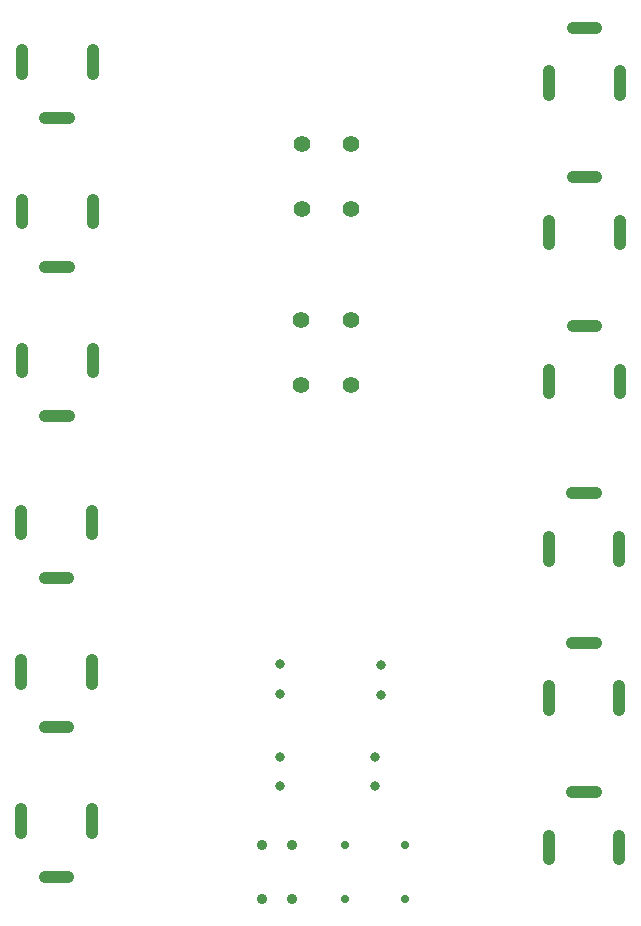
<source format=gbr>
%TF.GenerationSoftware,KiCad,Pcbnew,9.0.5*%
%TF.CreationDate,2026-01-23T06:55:30+10:00*%
%TF.ProjectId,OZ-HORNET-POWER-DIST,4f5a2d48-4f52-44e4-9554-2d504f574552,rev?*%
%TF.SameCoordinates,Original*%
%TF.FileFunction,Plated,1,2,PTH,Mixed*%
%TF.FilePolarity,Positive*%
%FSLAX46Y46*%
G04 Gerber Fmt 4.6, Leading zero omitted, Abs format (unit mm)*
G04 Created by KiCad (PCBNEW 9.0.5) date 2026-01-23 06:55:30*
%MOMM*%
%LPD*%
G01*
G04 APERTURE LIST*
%TA.AperFunction,ComponentDrill*%
%ADD10C,0.700000*%
%TD*%
%TA.AperFunction,ComponentDrill*%
%ADD11C,0.800000*%
%TD*%
%TA.AperFunction,ComponentDrill*%
%ADD12C,0.900000*%
%TD*%
G04 aperture for slot hole*
%TA.AperFunction,ComponentDrill*%
%ADD13C,1.000000*%
%TD*%
%TA.AperFunction,ComponentDrill*%
%ADD14C,1.400000*%
%TD*%
G04 APERTURE END LIST*
D10*
%TO.C,R1*%
X92500000Y-109500000D03*
%TO.C,R2*%
X92500000Y-114000000D03*
%TO.C,R1*%
X97580000Y-109500000D03*
%TO.C,R2*%
X97580000Y-114000000D03*
D11*
%TO.C,C1*%
X87000000Y-94150000D03*
X87000000Y-96650000D03*
%TO.C,C3*%
X87000000Y-102000000D03*
X87000000Y-104500000D03*
%TO.C,C4*%
X95000000Y-102000000D03*
X95000000Y-104500000D03*
%TO.C,C2*%
X95500000Y-94250000D03*
X95500000Y-96750000D03*
D12*
%TO.C,D1*%
X85460000Y-109500000D03*
%TO.C,D2*%
X85500000Y-114000000D03*
%TO.C,D1*%
X88000000Y-109500000D03*
%TO.C,D2*%
X88040000Y-114000000D03*
D13*
%TO.C,J6*%
X65072000Y-83168000D02*
X65072000Y-81168000D01*
%TO.C,J7*%
X65072000Y-95803000D02*
X65072000Y-93803000D01*
%TO.C,J8*%
X65072000Y-108438000D02*
X65072000Y-106438000D01*
%TO.C,J5*%
X65120000Y-44180000D02*
X65120000Y-42180000D01*
%TO.C,J11*%
X65120000Y-56815000D02*
X65120000Y-54815000D01*
%TO.C,J14*%
X65120000Y-69450000D02*
X65120000Y-67450000D01*
%TO.C,J6*%
X69072000Y-86868000D02*
X67072000Y-86868000D01*
%TO.C,J7*%
X69072000Y-99503000D02*
X67072000Y-99503000D01*
%TO.C,J8*%
X69072000Y-112138000D02*
X67072000Y-112138000D01*
%TO.C,J5*%
X69120000Y-47880000D02*
X67120000Y-47880000D01*
%TO.C,J11*%
X69120000Y-60515000D02*
X67120000Y-60515000D01*
%TO.C,J14*%
X69120000Y-73150000D02*
X67120000Y-73150000D01*
%TO.C,J6*%
X71072000Y-83168000D02*
X71072000Y-81168000D01*
%TO.C,J7*%
X71072000Y-95803000D02*
X71072000Y-93803000D01*
%TO.C,J8*%
X71072000Y-108438000D02*
X71072000Y-106438000D01*
%TO.C,J5*%
X71120000Y-44180000D02*
X71120000Y-42180000D01*
%TO.C,J11*%
X71120000Y-56815000D02*
X71120000Y-54815000D01*
%TO.C,J14*%
X71120000Y-69450000D02*
X71120000Y-67450000D01*
%TO.C,J13*%
X109728000Y-83393000D02*
X109728000Y-85393000D01*
%TO.C,J12*%
X109728000Y-96028000D02*
X109728000Y-98028000D01*
%TO.C,J9*%
X109728000Y-108663000D02*
X109728000Y-110663000D01*
%TO.C,J4*%
X109776000Y-43962000D02*
X109776000Y-45962000D01*
%TO.C,J3*%
X109776000Y-56597000D02*
X109776000Y-58597000D01*
%TO.C,J2*%
X109776000Y-69232000D02*
X109776000Y-71232000D01*
%TO.C,J13*%
X111728000Y-79693000D02*
X113728000Y-79693000D01*
%TO.C,J12*%
X111728000Y-92328000D02*
X113728000Y-92328000D01*
%TO.C,J9*%
X111728000Y-104963000D02*
X113728000Y-104963000D01*
%TO.C,J4*%
X111776000Y-40262000D02*
X113776000Y-40262000D01*
%TO.C,J3*%
X111776000Y-52897000D02*
X113776000Y-52897000D01*
%TO.C,J2*%
X111776000Y-65532000D02*
X113776000Y-65532000D01*
%TO.C,J13*%
X115728000Y-83393000D02*
X115728000Y-85393000D01*
%TO.C,J12*%
X115728000Y-96028000D02*
X115728000Y-98028000D01*
%TO.C,J9*%
X115728000Y-108663000D02*
X115728000Y-110663000D01*
%TO.C,J4*%
X115776000Y-43962000D02*
X115776000Y-45962000D01*
%TO.C,J3*%
X115776000Y-56597000D02*
X115776000Y-58597000D01*
%TO.C,J2*%
X115776000Y-69232000D02*
X115776000Y-71232000D01*
D14*
%TO.C,J1*%
X88764000Y-65024000D03*
X88764000Y-70524000D03*
%TO.C,J10*%
X88832000Y-50090000D03*
X88832000Y-55590000D03*
%TO.C,J1*%
X92964000Y-65024000D03*
X92964000Y-70524000D03*
%TO.C,J10*%
X93032000Y-50090000D03*
X93032000Y-55590000D03*
M02*

</source>
